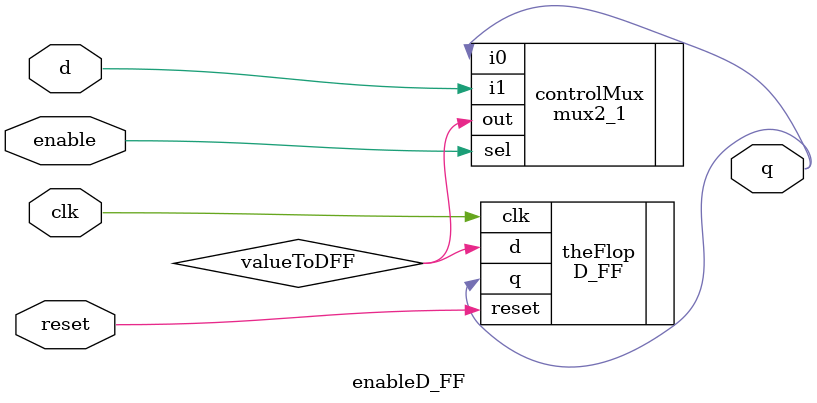
<source format=sv>
module enableD_FF (q, d, reset, enable, clk);
	output logic q;
	input logic d, reset, enable, clk;
	
	logic valueToDFF;
	
	//use a mux to determine if the value of the DFF should change
	mux2_1 controlMux (.out(valueToDFF), .i0(q), .i1(d), .sel(enable));
	
	//the DFF
	D_FF theFlop (.q, .d(valueToDFF), .reset, .clk);
endmodule

/*
module enableD_FF_testbench();
	logic clk, reset, d, enable, q;
	
	enableD_FF dut (.q, .d, .reset, .enable, .clk); 
	
	// Set up the clock
	parameter ClockDelay = 100;
	initial begin ;
		clk <= 0;
		forever #(ClockDelay/2) clk <= ~clk;
	end
	
	initial begin
	enable <= 0;	d <= 0; 
				reset <= 1; 	@(posedge clk);
				reset <= 0; 	@(posedge clk);
				d <= 1; 			@(posedge clk);
				d <= 0; 			@(posedge clk);
				enable <= 1;	@(posedge clk);
									@(posedge clk);
				d <= 1; 			@(posedge clk);
				d <= 0; 			@(posedge clk);
									@(posedge clk);
									@(posedge clk);
				d <= 1; 			@(posedge clk);
				enable <= 0;	@(posedge clk);
				d <= 0; 			@(posedge clk);
									@(posedge clk);
									@(posedge clk);
				d <= 1; 			@(posedge clk);
			enable <= 1;		@(posedge clk);
				d <= 0; 			@(posedge clk);
									@(posedge clk);
									@(posedge clk);
		$stop(); // end the simulation
	end
endmodule */


</source>
